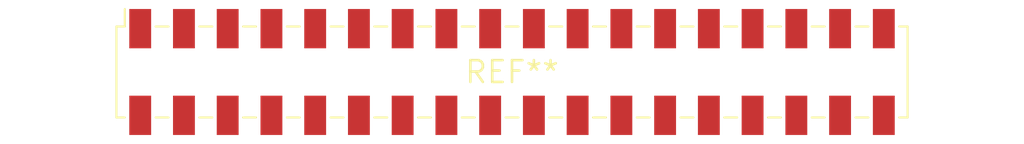
<source format=kicad_pcb>
(kicad_pcb (version 20240108) (generator pcbnew)
  (layers (0 "F.Cu" signal) (31 "B.Cu" signal) (34 "B.Paste" user) (35 "F.Paste" user) (36 "B.SilkS" user "B.Silkscreen") (37 "F.SilkS" user "F.Silkscreen") (38 "B.Mask" user) (39 "F.Mask" user) (44 "Edge.Cuts" user))
  (net 0 "")
  (footprint "Samtec_HLE-118-02-xxx-DV-LC_2x18_P2.54mm_Horizontal" (layer "F.Cu") (at 0 0)
    (property "Reference" "REF**")
    (property "Value" "Samtec_HLE-118-02-xxx-DV-LC_2x18_P2.54mm_Horizontal")
    (fp_line (start -22.97 -2.65) (end -22.97 2.65) (layer "F.SilkS") (stroke (width 0.12)))
    (fp_line (start -22.97 2.65) (end -22.485 2.65) (layer "F.SilkS") (stroke (width 0.12)))
    (fp_line (start -22.485 -3.67) (end -22.485 -2.65) (layer "F.SilkS") (stroke (width 0.12)))
    (fp_line (start -22.485 -2.65) (end -22.97 -2.65) (layer "F.SilkS") (stroke (width 0.12)))
    (fp_line (start -20.695 -2.65) (end -19.945 -2.65) (layer "F.SilkS") (stroke (width 0.12)))
    (fp_line (start -20.695 2.65) (end -19.945 2.65) (layer "F.SilkS") (stroke (width 0.12)))
    (fp_line (start -18.155 -2.65) (end -17.405 -2.65) (layer "F.SilkS") (stroke (width 0.12)))
    (fp_line (start -18.155 2.65) (end -17.405 2.65) (layer "F.SilkS") (stroke (width 0.12)))
    (fp_line (start -15.615 -2.65) (end -14.865 -2.65) (layer "F.SilkS") (stroke (width 0.12)))
    (fp_line (start -15.615 2.65) (end -14.865 2.65) (layer "F.SilkS") (stroke (width 0.12)))
    (fp_line (start -13.075 -2.65) (end -12.325 -2.65) (layer "F.SilkS") (stroke (width 0.12)))
    (fp_line (start -13.075 2.65) (end -12.325 2.65) (layer "F.SilkS") (stroke (width 0.12)))
    (fp_line (start -10.535 -2.65) (end -9.785 -2.65) (layer "F.SilkS") (stroke (width 0.12)))
    (fp_line (start -10.535 2.65) (end -9.785 2.65) (layer "F.SilkS") (stroke (width 0.12)))
    (fp_line (start -7.995 -2.65) (end -7.245 -2.65) (layer "F.SilkS") (stroke (width 0.12)))
    (fp_line (start -7.995 2.65) (end -7.245 2.65) (layer "F.SilkS") (stroke (width 0.12)))
    (fp_line (start -5.455 -2.65) (end -4.705 -2.65) (layer "F.SilkS") (stroke (width 0.12)))
    (fp_line (start -5.455 2.65) (end -4.705 2.65) (layer "F.SilkS") (stroke (width 0.12)))
    (fp_line (start -2.915 -2.65) (end -2.165 -2.65) (layer "F.SilkS") (stroke (width 0.12)))
    (fp_line (start -2.915 2.65) (end -2.165 2.65) (layer "F.SilkS") (stroke (width 0.12)))
    (fp_line (start -0.375 -2.65) (end 0.375 -2.65) (layer "F.SilkS") (stroke (width 0.12)))
    (fp_line (start -0.375 2.65) (end 0.375 2.65) (layer "F.SilkS") (stroke (width 0.12)))
    (fp_line (start 2.165 -2.65) (end 2.915 -2.65) (layer "F.SilkS") (stroke (width 0.12)))
    (fp_line (start 2.165 2.65) (end 2.915 2.65) (layer "F.SilkS") (stroke (width 0.12)))
    (fp_line (start 4.705 -2.65) (end 5.455 -2.65) (layer "F.SilkS") (stroke (width 0.12)))
    (fp_line (start 4.705 2.65) (end 5.455 2.65) (layer "F.SilkS") (stroke (width 0.12)))
    (fp_line (start 7.245 -2.65) (end 7.995 -2.65) (layer "F.SilkS") (stroke (width 0.12)))
    (fp_line (start 7.245 2.65) (end 7.995 2.65) (layer "F.SilkS") (stroke (width 0.12)))
    (fp_line (start 9.785 -2.65) (end 10.535 -2.65) (layer "F.SilkS") (stroke (width 0.12)))
    (fp_line (start 9.785 2.65) (end 10.535 2.65) (layer "F.SilkS") (stroke (width 0.12)))
    (fp_line (start 12.325 -2.65) (end 13.075 -2.65) (layer "F.SilkS") (stroke (width 0.12)))
    (fp_line (start 12.325 2.65) (end 13.075 2.65) (layer "F.SilkS") (stroke (width 0.12)))
    (fp_line (start 14.865 -2.65) (end 15.615 -2.65) (layer "F.SilkS") (stroke (width 0.12)))
    (fp_line (start 14.865 2.65) (end 15.615 2.65) (layer "F.SilkS") (stroke (width 0.12)))
    (fp_line (start 17.405 -2.65) (end 18.155 -2.65) (layer "F.SilkS") (stroke (width 0.12)))
    (fp_line (start 17.405 2.65) (end 18.155 2.65) (layer "F.SilkS") (stroke (width 0.12)))
    (fp_line (start 19.945 -2.65) (end 20.695 -2.65) (layer "F.SilkS") (stroke (width 0.12)))
    (fp_line (start 19.945 2.65) (end 20.695 2.65) (layer "F.SilkS") (stroke (width 0.12)))
    (fp_line (start 22.485 -2.65) (end 22.97 -2.65) (layer "F.SilkS") (stroke (width 0.12)))
    (fp_line (start 22.97 -2.65) (end 22.97 2.65) (layer "F.SilkS") (stroke (width 0.12)))
    (fp_line (start 22.97 2.65) (end 22.485 2.65) (layer "F.SilkS") (stroke (width 0.12)))
    (pad "" np_thru_hole circle (at -20.32 0) (size 1.19 1.19) (drill 1.19) (layers *.Cu *.Mask))
    (pad "" np_thru_hole circle (at 20.32 0) (size 1.19 1.19) (drill 1.19) (layers *.Cu *.Mask))
    (pad "1" smd rect (at -21.59 -2.525) (size 1.27 2.29) (layers "F.Cu" "F.Paste" "F.Mask"))
    (pad "2" smd rect (at -21.59 2.525) (size 1.27 2.29) (layers "F.Cu" "F.Paste" "F.Mask"))
    (pad "3" smd rect (at -19.05 -2.525) (size 1.27 2.29) (layers "F.Cu" "F.Paste" "F.Mask"))
    (pad "4" smd rect (at -19.05 2.525) (size 1.27 2.29) (layers "F.Cu" "F.Paste" "F.Mask"))
    (pad "5" smd rect (at -16.51 -2.525) (size 1.27 2.29) (layers "F.Cu" "F.Paste" "F.Mask"))
    (pad "6" smd rect (at -16.51 2.525) (size 1.27 2.29) (layers "F.Cu" "F.Paste" "F.Mask"))
    (pad "7" smd rect (at -13.97 -2.525) (size 1.27 2.29) (layers "F.Cu" "F.Paste" "F.Mask"))
    (pad "8" smd rect (at -13.97 2.525) (size 1.27 2.29) (layers "F.Cu" "F.Paste" "F.Mask"))
    (pad "9" smd rect (at -11.43 -2.525) (size 1.27 2.29) (layers "F.Cu" "F.Paste" "F.Mask"))
    (pad "10" smd rect (at -11.43 2.525) (size 1.27 2.29) (layers "F.Cu" "F.Paste" "F.Mask"))
    (pad "11" smd rect (at -8.89 -2.525) (size 1.27 2.29) (layers "F.Cu" "F.Paste" "F.Mask"))
    (pad "12" smd rect (at -8.89 2.525) (size 1.27 2.29) (layers "F.Cu" "F.Paste" "F.Mask"))
    (pad "13" smd rect (at -6.35 -2.525) (size 1.27 2.29) (layers "F.Cu" "F.Paste" "F.Mask"))
    (pad "14" smd rect (at -6.35 2.525) (size 1.27 2.29) (layers "F.Cu" "F.Paste" "F.Mask"))
    (pad "15" smd rect (at -3.81 -2.525) (size 1.27 2.29) (layers "F.Cu" "F.Paste" "F.Mask"))
    (pad "16" smd rect (at -3.81 2.525) (size 1.27 2.29) (layers "F.Cu" "F.Paste" "F.Mask"))
    (pad "17" smd rect (at -1.27 -2.525) (size 1.27 2.29) (layers "F.Cu" "F.Paste" "F.Mask"))
    (pad "18" smd rect (at -1.27 2.525) (size 1.27 2.29) (layers "F.Cu" "F.Paste" "F.Mask"))
    (pad "19" smd rect (at 1.27 -2.525) (size 1.27 2.29) (layers "F.Cu" "F.Paste" "F.Mask"))
    (pad "20" smd rect (at 1.27 2.525) (size 1.27 2.29) (layers "F.Cu" "F.Paste" "F.Mask"))
    (pad "21" smd rect (at 3.81 -2.525) (size 1.27 2.29) (layers "F.Cu" "F.Paste" "F.Mask"))
    (pad "22" smd rect (at 3.81 2.525) (size 1.27 2.29) (layers "F.Cu" "F.Paste" "F.Mask"))
    (pad "23" smd rect (at 6.35 -2.525) (size 1.27 2.29) (layers "F.Cu" "F.Paste" "F.Mask"))
    (pad "24" smd rect (at 6.35 2.525) (size 1.27 2.29) (layers "F.Cu" "F.Paste" "F.Mask"))
    (pad "25" smd rect (at 8.89 -2.525) (size 1.27 2.29) (layers "F.Cu" "F.Paste" "F.Mask"))
    (pad "26" smd rect (at 8.89 2.525) (size 1.27 2.29) (layers "F.Cu" "F.Paste" "F.Mask"))
    (pad "27" smd rect (at 11.43 -2.525) (size 1.27 2.29) (layers "F.Cu" "F.Paste" "F.Mask"))
    (pad "28" smd rect (at 11.43 2.525) (size 1.27 2.29) (layers "F.Cu" "F.Paste" "F.Mask"))
    (pad "29" smd rect (at 13.97 -2.525) (size 1.27 2.29) (layers "F.Cu" "F.Paste" "F.Mask"))
    (pad "30" smd rect (at 13.97 2.525) (size 1.27 2.29) (layers "F.Cu" "F.Paste" "F.Mask"))
    (pad "31" smd rect (at 16.51 -2.525) (size 1.27 2.29) (layers "F.Cu" "F.Paste" "F.Mask"))
    (pad "32" smd rect (at 16.51 2.525) (size 1.27 2.29) (layers "F.Cu" "F.Paste" "F.Mask"))
    (pad "33" smd rect (at 19.05 -2.525) (size 1.27 2.29) (layers "F.Cu" "F.Paste" "F.Mask"))
    (pad "34" smd rect (at 19.05 2.525) (size 1.27 2.29) (layers "F.Cu" "F.Paste" "F.Mask"))
    (pad "35" smd rect (at 21.59 -2.525) (size 1.27 2.29) (layers "F.Cu" "F.Paste" "F.Mask"))
    (pad "36" smd rect (at 21.59 2.525) (size 1.27 2.29) (layers "F.Cu" "F.Paste" "F.Mask"))
  )
)
</source>
